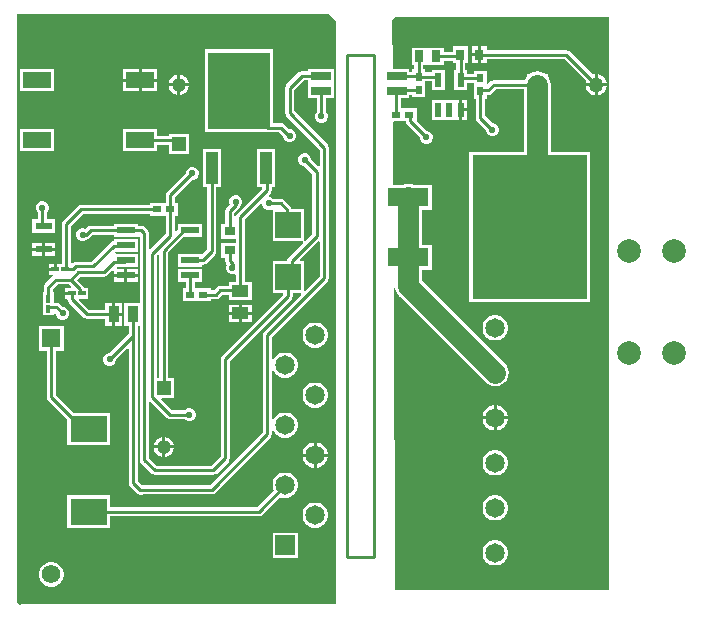
<source format=gtl>
G04*
G04 #@! TF.GenerationSoftware,Altium Limited,Altium Designer,22.2.1 (43)*
G04*
G04 Layer_Physical_Order=1*
G04 Layer_Color=255*
%FSLAX23Y23*%
%MOIN*%
G70*
G04*
G04 #@! TF.SameCoordinates,8410DD60-BE5F-4665-B969-63B9D7D5DCD7*
G04*
G04*
G04 #@! TF.FilePolarity,Positive*
G04*
G01*
G75*
%ADD10C,0.010*%
%ADD15R,0.058X0.024*%
%ADD16R,0.065X0.026*%
%ADD17R,0.030X0.024*%
%ADD18R,0.024X0.047*%
%ADD19R,0.031X0.037*%
%ADD20R,0.024X0.030*%
%ADD21R,0.031X0.039*%
%ADD22R,0.061X0.024*%
%ADD23R,0.093X0.053*%
%ADD24R,0.039X0.108*%
%ADD25R,0.209X0.256*%
%ADD26R,0.037X0.031*%
%ADD27R,0.384X0.480*%
%ADD28R,0.138X0.063*%
%ADD29R,0.122X0.087*%
%ADD30R,0.085X0.087*%
%ADD31R,0.036X0.057*%
%ADD32R,0.016X0.025*%
%ADD33R,0.025X0.016*%
%ADD34R,0.055X0.039*%
%ADD61C,0.070*%
%ADD62C,0.079*%
%ADD63R,0.065X0.065*%
%ADD64C,0.065*%
%ADD65R,0.050X0.050*%
%ADD66C,0.050*%
%ADD67R,0.047X0.047*%
%ADD68C,0.047*%
%ADD69C,0.062*%
%ADD70R,0.062X0.062*%
%ADD71C,0.022*%
G36*
X2070Y75D02*
X1355D01*
X1351Y1082D01*
X1356Y1082D01*
X1357Y1078D01*
X1361Y1067D01*
X1368Y1057D01*
X1658Y768D01*
X1667Y761D01*
X1678Y756D01*
X1690Y755D01*
X1702Y756D01*
X1713Y761D01*
X1722Y768D01*
X1729Y777D01*
X1734Y788D01*
X1735Y800D01*
X1734Y812D01*
X1729Y823D01*
X1722Y832D01*
X1446Y1108D01*
Y1144D01*
X1479D01*
Y1226D01*
X1446D01*
Y1344D01*
X1479D01*
Y1426D01*
X1418D01*
X1412Y1429D01*
X1400Y1430D01*
X1389Y1429D01*
X1383Y1426D01*
X1350D01*
X1349Y1635D01*
X1352Y1638D01*
X1391D01*
X1392Y1633D01*
X1395Y1628D01*
X1439Y1584D01*
Y1581D01*
X1442Y1573D01*
X1448Y1567D01*
X1456Y1564D01*
X1464D01*
X1472Y1567D01*
X1478Y1573D01*
X1481Y1581D01*
Y1589D01*
X1478Y1597D01*
X1472Y1603D01*
X1464Y1606D01*
X1461D01*
X1428Y1639D01*
Y1682D01*
X1375D01*
Y1717D01*
X1403D01*
Y1726D01*
X1413D01*
Y1719D01*
X1457D01*
Y1771D01*
X1478D01*
Y1741D01*
X1522D01*
Y1809D01*
X1478D01*
Y1802D01*
X1457D01*
Y1811D01*
X1450D01*
Y1826D01*
X1462D01*
X1463Y1826D01*
X1467D01*
X1468Y1826D01*
X1518D01*
Y1840D01*
X1548D01*
Y1831D01*
X1560D01*
Y1809D01*
X1553D01*
Y1741D01*
X1597D01*
Y1766D01*
X1618D01*
Y1714D01*
X1625D01*
Y1650D01*
X1626Y1644D01*
X1629Y1639D01*
X1659Y1609D01*
Y1606D01*
X1662Y1598D01*
X1668Y1592D01*
X1676Y1589D01*
X1684D01*
X1692Y1592D01*
X1698Y1598D01*
X1701Y1606D01*
Y1614D01*
X1698Y1622D01*
X1692Y1628D01*
X1684Y1631D01*
X1681D01*
X1655Y1656D01*
Y1714D01*
X1662D01*
Y1726D01*
X1666D01*
X1672Y1727D01*
X1677Y1730D01*
X1691Y1745D01*
X1785D01*
Y1535D01*
X1603D01*
Y1035D01*
X2007D01*
Y1535D01*
X1875D01*
Y1760D01*
X1874Y1772D01*
X1869Y1783D01*
X1865Y1788D01*
Y1795D01*
X1858D01*
X1853Y1799D01*
X1842Y1804D01*
X1830Y1805D01*
X1818Y1804D01*
X1807Y1799D01*
X1802Y1795D01*
X1795D01*
Y1788D01*
X1791Y1783D01*
X1788Y1775D01*
X1685D01*
X1679Y1774D01*
X1674Y1771D01*
X1666Y1763D01*
X1662Y1765D01*
Y1806D01*
X1618D01*
Y1797D01*
X1597D01*
Y1809D01*
X1590D01*
Y1831D01*
X1599D01*
Y1889D01*
X1548D01*
Y1870D01*
X1518D01*
Y1884D01*
X1468D01*
X1467Y1884D01*
X1463D01*
X1462Y1884D01*
X1412D01*
Y1826D01*
X1420D01*
Y1811D01*
X1413D01*
Y1804D01*
X1403D01*
Y1813D01*
X1348D01*
X1347Y1977D01*
X1355Y1985D01*
X2070D01*
Y75D01*
D02*
G37*
G36*
X1160Y1970D02*
Y30D01*
X110D01*
X105Y25D01*
X95Y35D01*
Y1990D01*
X95Y1990D01*
X97Y1995D01*
X1135D01*
X1160Y1970D01*
D02*
G37*
%LPC*%
G36*
X1631Y1889D02*
X1611D01*
Y1865D01*
X1631D01*
Y1889D01*
D02*
G37*
G36*
Y1855D02*
X1611D01*
Y1831D01*
X1631D01*
Y1855D01*
D02*
G37*
G36*
X2032Y1795D02*
Y1765D01*
X2062D01*
X2060Y1774D01*
X2055Y1782D01*
X2048Y1788D01*
X2040Y1793D01*
X2032Y1795D01*
D02*
G37*
G36*
X1662Y1889D02*
X1641D01*
Y1860D01*
Y1831D01*
X1662D01*
Y1845D01*
X1921D01*
X1994Y1772D01*
X1992Y1765D01*
X2022D01*
Y1795D01*
X2015Y1793D01*
X1938Y1871D01*
X1933Y1874D01*
X1927Y1875D01*
X1662D01*
Y1889D01*
D02*
G37*
G36*
X2062Y1755D02*
X2032D01*
Y1725D01*
X2040Y1727D01*
X2048Y1732D01*
X2055Y1738D01*
X2060Y1746D01*
X2062Y1755D01*
D02*
G37*
G36*
X2022D02*
X1992D01*
X1994Y1746D01*
X1999Y1738D01*
X2005Y1732D01*
X2013Y1727D01*
X2022Y1725D01*
Y1755D01*
D02*
G37*
G36*
X1597Y1710D02*
X1580D01*
Y1682D01*
X1597D01*
Y1710D01*
D02*
G37*
G36*
Y1672D02*
X1580D01*
Y1643D01*
X1597D01*
Y1672D01*
D02*
G37*
G36*
X1570Y1710D02*
X1478D01*
Y1643D01*
X1570D01*
Y1677D01*
Y1710D01*
D02*
G37*
G36*
X1696Y992D02*
X1684D01*
X1674Y990D01*
X1664Y984D01*
X1656Y976D01*
X1650Y966D01*
X1648Y956D01*
Y944D01*
X1650Y934D01*
X1656Y924D01*
X1664Y916D01*
X1674Y910D01*
X1684Y908D01*
X1696D01*
X1706Y910D01*
X1716Y916D01*
X1724Y924D01*
X1730Y934D01*
X1732Y944D01*
Y956D01*
X1730Y966D01*
X1724Y976D01*
X1716Y984D01*
X1706Y990D01*
X1696Y992D01*
D02*
G37*
G36*
Y692D02*
X1695D01*
Y655D01*
X1732D01*
Y656D01*
X1730Y666D01*
X1724Y676D01*
X1716Y684D01*
X1706Y690D01*
X1696Y692D01*
D02*
G37*
G36*
X1685D02*
X1684D01*
X1674Y690D01*
X1664Y684D01*
X1656Y676D01*
X1650Y666D01*
X1648Y656D01*
Y655D01*
X1685D01*
Y692D01*
D02*
G37*
G36*
X1732Y645D02*
X1695D01*
Y608D01*
X1696D01*
X1706Y610D01*
X1716Y616D01*
X1724Y624D01*
X1730Y634D01*
X1732Y644D01*
Y645D01*
D02*
G37*
G36*
X1685D02*
X1648D01*
Y644D01*
X1650Y634D01*
X1656Y624D01*
X1664Y616D01*
X1674Y610D01*
X1684Y608D01*
X1685D01*
Y645D01*
D02*
G37*
G36*
X1696Y542D02*
X1684D01*
X1674Y540D01*
X1664Y534D01*
X1656Y526D01*
X1650Y516D01*
X1648Y506D01*
Y494D01*
X1650Y484D01*
X1656Y474D01*
X1664Y466D01*
X1674Y460D01*
X1684Y458D01*
X1696D01*
X1706Y460D01*
X1716Y466D01*
X1724Y474D01*
X1730Y484D01*
X1732Y494D01*
Y506D01*
X1730Y516D01*
X1724Y526D01*
X1716Y534D01*
X1706Y540D01*
X1696Y542D01*
D02*
G37*
G36*
Y392D02*
X1684D01*
X1674Y390D01*
X1664Y384D01*
X1656Y376D01*
X1650Y366D01*
X1648Y356D01*
Y344D01*
X1650Y334D01*
X1656Y324D01*
X1664Y316D01*
X1674Y310D01*
X1684Y308D01*
X1696D01*
X1706Y310D01*
X1716Y316D01*
X1724Y324D01*
X1730Y334D01*
X1732Y344D01*
Y356D01*
X1730Y366D01*
X1724Y376D01*
X1716Y384D01*
X1706Y390D01*
X1696Y392D01*
D02*
G37*
G36*
Y242D02*
X1684D01*
X1674Y240D01*
X1664Y234D01*
X1656Y226D01*
X1650Y216D01*
X1648Y206D01*
Y194D01*
X1650Y184D01*
X1656Y174D01*
X1664Y166D01*
X1674Y160D01*
X1684Y158D01*
X1696D01*
X1706Y160D01*
X1716Y166D01*
X1724Y174D01*
X1730Y184D01*
X1732Y194D01*
Y206D01*
X1730Y216D01*
X1724Y226D01*
X1716Y234D01*
X1706Y240D01*
X1696Y242D01*
D02*
G37*
G36*
X563Y1812D02*
X511D01*
Y1780D01*
X563D01*
Y1812D01*
D02*
G37*
G36*
X501D02*
X450D01*
Y1780D01*
X501D01*
Y1812D01*
D02*
G37*
G36*
X640Y1793D02*
Y1765D01*
X668D01*
X666Y1773D01*
X662Y1781D01*
X656Y1787D01*
X648Y1791D01*
X640Y1793D01*
D02*
G37*
G36*
X630D02*
X622Y1791D01*
X614Y1787D01*
X608Y1781D01*
X604Y1773D01*
X602Y1765D01*
X630D01*
Y1793D01*
D02*
G37*
G36*
X563Y1770D02*
X511D01*
Y1739D01*
X563D01*
Y1770D01*
D02*
G37*
G36*
X501D02*
X450D01*
Y1739D01*
X501D01*
Y1770D01*
D02*
G37*
G36*
X220Y1812D02*
X107D01*
Y1739D01*
X220D01*
Y1812D01*
D02*
G37*
G36*
X668Y1755D02*
X640D01*
Y1727D01*
X648Y1729D01*
X656Y1733D01*
X662Y1739D01*
X666Y1747D01*
X668Y1755D01*
D02*
G37*
G36*
X630D02*
X602D01*
X604Y1747D01*
X608Y1739D01*
X614Y1733D01*
X622Y1729D01*
X630Y1727D01*
Y1755D01*
D02*
G37*
G36*
X1151Y1813D02*
X1067D01*
Y1805D01*
X1045D01*
X1039Y1804D01*
X1034Y1801D01*
X994Y1761D01*
X991Y1756D01*
X990Y1750D01*
Y1665D01*
X991Y1659D01*
X994Y1654D01*
X1105Y1544D01*
Y1488D01*
X1100Y1487D01*
X1076Y1511D01*
Y1514D01*
X1073Y1522D01*
X1067Y1528D01*
X1059Y1531D01*
X1051D01*
X1043Y1528D01*
X1037Y1522D01*
X1034Y1514D01*
Y1506D01*
X1037Y1498D01*
X1043Y1492D01*
X1051Y1489D01*
X1054D01*
X1080Y1464D01*
Y1261D01*
X1057Y1239D01*
X1052Y1241D01*
X1052Y1242D01*
X1052Y1242D01*
X1052Y1242D01*
Y1345D01*
X1011D01*
X1010Y1350D01*
X1007Y1355D01*
X986Y1376D01*
X981Y1379D01*
X975Y1380D01*
X949D01*
X947Y1383D01*
X939Y1386D01*
X937D01*
X935Y1391D01*
X941Y1397D01*
X944Y1402D01*
X945Y1408D01*
Y1418D01*
X955D01*
Y1546D01*
X895D01*
Y1418D01*
X912D01*
X913Y1413D01*
X829Y1329D01*
X826Y1324D01*
X825Y1321D01*
X820Y1321D01*
Y1333D01*
X836Y1348D01*
X839Y1353D01*
X839Y1355D01*
X843Y1358D01*
X846Y1366D01*
Y1374D01*
X843Y1382D01*
X837Y1388D01*
X829Y1391D01*
X821D01*
X813Y1388D01*
X807Y1382D01*
X804Y1374D01*
Y1366D01*
X806Y1362D01*
X794Y1350D01*
X791Y1345D01*
X790Y1339D01*
Y1297D01*
X776D01*
Y1246D01*
X825D01*
Y1234D01*
X776D01*
Y1183D01*
X790D01*
Y1171D01*
X791Y1165D01*
X794Y1160D01*
X795Y1159D01*
X793Y1154D01*
Y1146D01*
X796Y1138D01*
X802Y1132D01*
X810Y1129D01*
X818D01*
X821Y1130D01*
X825Y1127D01*
Y1102D01*
X802D01*
Y1090D01*
X774D01*
X768Y1089D01*
X763Y1086D01*
X752Y1075D01*
X741D01*
Y1082D01*
X689D01*
Y1103D01*
X712D01*
Y1147D01*
X631D01*
Y1103D01*
X658D01*
Y1082D01*
X649D01*
Y1038D01*
X741D01*
Y1045D01*
X759D01*
X765Y1046D01*
X770Y1049D01*
X780Y1060D01*
X802D01*
Y1043D01*
X878D01*
Y1102D01*
X855D01*
Y1312D01*
X909Y1365D01*
X914Y1363D01*
Y1361D01*
X917Y1353D01*
X923Y1347D01*
X931Y1344D01*
X939D01*
X943Y1346D01*
X948Y1342D01*
Y1238D01*
X1048Y1238D01*
X1049D01*
X1049D01*
X1050Y1238D01*
X1050Y1236D01*
X1052Y1233D01*
X1000Y1182D01*
X997Y1177D01*
X996Y1172D01*
X948D01*
Y1065D01*
X982D01*
X983Y1060D01*
X779Y856D01*
X776Y851D01*
X775Y845D01*
Y521D01*
X744Y490D01*
X561D01*
X535Y516D01*
Y703D01*
X540Y705D01*
X596Y649D01*
X601Y646D01*
X607Y645D01*
X656D01*
X658Y642D01*
X666Y639D01*
X674D01*
X682Y642D01*
X688Y648D01*
X691Y656D01*
Y664D01*
X688Y672D01*
X682Y678D01*
X674Y681D01*
X666D01*
X658Y678D01*
X656Y675D01*
X613D01*
X576Y712D01*
X578Y716D01*
X619D01*
Y784D01*
X600D01*
Y1201D01*
X652Y1253D01*
X712D01*
Y1297D01*
X631D01*
Y1275D01*
X627Y1271D01*
X622Y1273D01*
Y1323D01*
X631D01*
Y1367D01*
X622D01*
Y1385D01*
X681Y1444D01*
X684D01*
X692Y1447D01*
X698Y1453D01*
X701Y1461D01*
Y1469D01*
X698Y1477D01*
X692Y1483D01*
X684Y1486D01*
X676D01*
X668Y1483D01*
X662Y1477D01*
X659Y1469D01*
Y1466D01*
X596Y1402D01*
X593Y1398D01*
X591Y1392D01*
Y1367D01*
X539D01*
Y1360D01*
X310D01*
X304Y1359D01*
X299Y1356D01*
X249Y1306D01*
X246Y1301D01*
X245Y1295D01*
Y1163D01*
X229D01*
Y1145D01*
X224D01*
Y1140D01*
X201D01*
Y1127D01*
X215D01*
X216Y1122D01*
X214Y1121D01*
X189Y1096D01*
X186Y1091D01*
X185Y1085D01*
Y1069D01*
X182D01*
Y1024D01*
Y991D01*
X218D01*
Y998D01*
X223Y1000D01*
X227Y997D01*
Y993D01*
X230Y986D01*
X236Y980D01*
X243Y976D01*
X252D01*
X259Y980D01*
X265Y986D01*
X269Y993D01*
Y1002D01*
X265Y1009D01*
X259Y1015D01*
X252Y1018D01*
X248D01*
X238Y1028D01*
X233Y1032D01*
X227Y1033D01*
X218D01*
Y1069D01*
X215D01*
Y1079D01*
X231Y1095D01*
X269D01*
X276Y1087D01*
X274Y1083D01*
X256D01*
Y1070D01*
X279D01*
Y1060D01*
X256D01*
Y1047D01*
X263D01*
Y1045D01*
X265Y1039D01*
X268Y1034D01*
X318Y984D01*
X323Y981D01*
X328Y980D01*
X390D01*
Y956D01*
X413D01*
Y995D01*
Y1033D01*
X390D01*
Y1010D01*
X335D01*
X303Y1043D01*
X304Y1047D01*
X334D01*
Y1083D01*
X321D01*
X320Y1085D01*
X317Y1090D01*
X297Y1110D01*
X307Y1120D01*
X386D01*
X392Y1121D01*
X396Y1124D01*
X414Y1141D01*
X418Y1139D01*
Y1130D01*
X454D01*
Y1147D01*
X430D01*
X428Y1152D01*
X429Y1153D01*
X452D01*
X453Y1153D01*
X499D01*
Y1197D01*
X425D01*
X422Y1202D01*
X422Y1202D01*
X423Y1203D01*
X499D01*
Y1247D01*
X418D01*
Y1239D01*
X413Y1238D01*
X408Y1235D01*
X344Y1170D01*
X292D01*
X286Y1169D01*
X281Y1166D01*
X280Y1165D01*
X275Y1167D01*
Y1289D01*
X316Y1330D01*
X539D01*
Y1323D01*
X591D01*
Y1264D01*
X540Y1213D01*
X535Y1215D01*
Y1265D01*
X534Y1271D01*
X531Y1276D01*
X521Y1286D01*
X516Y1289D01*
X510Y1290D01*
X499D01*
Y1297D01*
X418D01*
Y1290D01*
X341D01*
X335Y1289D01*
X330Y1286D01*
X323Y1279D01*
X319Y1281D01*
X311D01*
X303Y1278D01*
X297Y1272D01*
X294Y1264D01*
Y1256D01*
X297Y1248D01*
X303Y1242D01*
X311Y1239D01*
X319D01*
X327Y1242D01*
X330Y1246D01*
X332Y1246D01*
X337Y1249D01*
X347Y1260D01*
X418D01*
Y1253D01*
X499D01*
Y1253D01*
X504Y1255D01*
X505Y1254D01*
Y1033D01*
X454D01*
Y956D01*
X468D01*
Y930D01*
X404Y866D01*
X401D01*
X393Y863D01*
X387Y857D01*
X384Y849D01*
Y841D01*
X387Y833D01*
X393Y827D01*
X401Y824D01*
X409D01*
X417Y827D01*
X423Y833D01*
X426Y841D01*
Y844D01*
X463Y882D01*
X468Y880D01*
Y432D01*
X469Y426D01*
X472Y421D01*
X495Y398D01*
X500Y395D01*
X506Y394D01*
X514D01*
X518Y395D01*
X745D01*
X751Y396D01*
X756Y399D01*
X941Y584D01*
X944Y589D01*
X945Y595D01*
Y608D01*
X950Y609D01*
X950Y609D01*
X956Y599D01*
X964Y591D01*
X974Y585D01*
X984Y583D01*
X996D01*
X1006Y585D01*
X1016Y591D01*
X1024Y599D01*
X1030Y609D01*
X1032Y619D01*
Y631D01*
X1030Y641D01*
X1024Y651D01*
X1016Y659D01*
X1006Y665D01*
X996Y667D01*
X984D01*
X974Y665D01*
X964Y659D01*
X956Y651D01*
X950Y641D01*
X950Y641D01*
X945Y642D01*
Y808D01*
X950Y809D01*
X950Y809D01*
X956Y799D01*
X964Y791D01*
X974Y785D01*
X984Y783D01*
X996D01*
X1006Y785D01*
X1016Y791D01*
X1024Y799D01*
X1030Y809D01*
X1032Y819D01*
Y831D01*
X1030Y841D01*
X1024Y851D01*
X1016Y859D01*
X1006Y865D01*
X996Y867D01*
X984D01*
X974Y865D01*
X964Y859D01*
X956Y851D01*
X950Y841D01*
X950Y841D01*
X945Y842D01*
Y919D01*
X1131Y1104D01*
X1134Y1109D01*
X1135Y1115D01*
Y1550D01*
X1134Y1556D01*
X1131Y1561D01*
X1020Y1671D01*
Y1744D01*
X1051Y1775D01*
X1067D01*
Y1768D01*
X1067Y1767D01*
Y1763D01*
X1067Y1762D01*
Y1717D01*
X1095D01*
Y1669D01*
X1092Y1667D01*
X1089Y1659D01*
Y1651D01*
X1092Y1643D01*
X1098Y1637D01*
X1106Y1634D01*
X1114D01*
X1122Y1637D01*
X1128Y1643D01*
X1131Y1651D01*
Y1659D01*
X1128Y1667D01*
X1125Y1669D01*
Y1717D01*
X1151D01*
Y1762D01*
X1151Y1763D01*
Y1767D01*
X1151Y1768D01*
Y1813D01*
D02*
G37*
G36*
X949Y1878D02*
X721D01*
Y1602D01*
X933D01*
X934Y1602D01*
X969D01*
X984Y1587D01*
Y1586D01*
X987Y1578D01*
X993Y1572D01*
X1001Y1569D01*
X1009D01*
X1017Y1572D01*
X1023Y1578D01*
X1026Y1586D01*
Y1594D01*
X1023Y1602D01*
X1017Y1608D01*
X1009Y1611D01*
X1003D01*
X986Y1628D01*
X981Y1631D01*
X975Y1632D01*
X949D01*
Y1878D01*
D02*
G37*
G36*
X220Y1611D02*
X107D01*
Y1538D01*
X220D01*
Y1611D01*
D02*
G37*
G36*
X563D02*
X450D01*
Y1538D01*
X563D01*
Y1559D01*
X601D01*
Y1530D01*
X669D01*
Y1597D01*
X601D01*
Y1590D01*
X563D01*
Y1611D01*
D02*
G37*
G36*
X184Y1371D02*
X176D01*
X168Y1368D01*
X162Y1362D01*
X159Y1354D01*
Y1346D01*
X162Y1338D01*
X165Y1336D01*
Y1312D01*
X146D01*
Y1267D01*
X224D01*
Y1312D01*
X195D01*
Y1336D01*
X198Y1338D01*
X201Y1346D01*
Y1354D01*
X198Y1362D01*
X192Y1368D01*
X184Y1371D01*
D02*
G37*
G36*
X224Y1233D02*
X190D01*
Y1216D01*
X224D01*
Y1233D01*
D02*
G37*
G36*
X180D02*
X146D01*
Y1216D01*
X180D01*
Y1233D01*
D02*
G37*
G36*
X224Y1206D02*
X190D01*
Y1188D01*
X224D01*
Y1206D01*
D02*
G37*
G36*
X180D02*
X146D01*
Y1188D01*
X180D01*
Y1206D01*
D02*
G37*
G36*
X775Y1546D02*
X715D01*
Y1418D01*
X730D01*
Y1211D01*
X717Y1198D01*
X712Y1197D01*
Y1197D01*
X712Y1197D01*
X631D01*
Y1153D01*
X712D01*
Y1160D01*
X715D01*
X721Y1161D01*
X726Y1164D01*
X756Y1194D01*
X759Y1199D01*
X760Y1205D01*
Y1418D01*
X775D01*
Y1546D01*
D02*
G37*
G36*
X219Y1163D02*
X201D01*
Y1150D01*
X219D01*
Y1163D01*
D02*
G37*
G36*
X499Y1147D02*
X464D01*
Y1130D01*
X499D01*
Y1147D01*
D02*
G37*
G36*
Y1120D02*
X464D01*
Y1103D01*
X499D01*
Y1120D01*
D02*
G37*
G36*
X454D02*
X418D01*
Y1103D01*
X454D01*
Y1120D01*
D02*
G37*
G36*
X878Y1027D02*
X845D01*
Y1003D01*
X878D01*
Y1027D01*
D02*
G37*
G36*
X835D02*
X802D01*
Y1003D01*
X835D01*
Y1027D01*
D02*
G37*
G36*
X446Y1033D02*
X423D01*
Y1000D01*
X446D01*
Y1033D01*
D02*
G37*
G36*
X878Y993D02*
X845D01*
Y968D01*
X878D01*
Y993D01*
D02*
G37*
G36*
X835D02*
X802D01*
Y968D01*
X835D01*
Y993D01*
D02*
G37*
G36*
X446Y990D02*
X423D01*
Y956D01*
X446D01*
Y990D01*
D02*
G37*
G36*
X1096Y967D02*
X1084D01*
X1074Y965D01*
X1064Y959D01*
X1056Y951D01*
X1050Y941D01*
X1048Y931D01*
Y919D01*
X1050Y909D01*
X1056Y899D01*
X1064Y891D01*
X1074Y885D01*
X1084Y883D01*
X1096D01*
X1106Y885D01*
X1116Y891D01*
X1124Y899D01*
X1130Y909D01*
X1132Y919D01*
Y931D01*
X1130Y941D01*
X1124Y951D01*
X1116Y959D01*
X1106Y965D01*
X1096Y967D01*
D02*
G37*
G36*
Y767D02*
X1084D01*
X1074Y765D01*
X1064Y759D01*
X1056Y751D01*
X1050Y741D01*
X1048Y731D01*
Y719D01*
X1050Y709D01*
X1056Y699D01*
X1064Y691D01*
X1074Y685D01*
X1084Y683D01*
X1096D01*
X1106Y685D01*
X1116Y691D01*
X1124Y699D01*
X1130Y709D01*
X1132Y719D01*
Y731D01*
X1130Y741D01*
X1124Y751D01*
X1116Y759D01*
X1106Y765D01*
X1096Y767D01*
D02*
G37*
G36*
X251Y956D02*
X169D01*
Y874D01*
X195D01*
Y720D01*
X196Y714D01*
X199Y709D01*
X264Y644D01*
Y559D01*
X406D01*
Y666D01*
X286D01*
X225Y726D01*
Y874D01*
X251D01*
Y956D01*
D02*
G37*
G36*
X590Y587D02*
Y558D01*
X618D01*
X616Y566D01*
X612Y574D01*
X606Y580D01*
X598Y584D01*
X590Y587D01*
D02*
G37*
G36*
X580D02*
X572Y584D01*
X564Y580D01*
X558Y574D01*
X554Y566D01*
X552Y558D01*
X580D01*
Y587D01*
D02*
G37*
G36*
X1096Y567D02*
X1095D01*
Y530D01*
X1132D01*
Y531D01*
X1130Y541D01*
X1124Y551D01*
X1116Y559D01*
X1106Y565D01*
X1096Y567D01*
D02*
G37*
G36*
X1085D02*
X1084D01*
X1074Y565D01*
X1064Y559D01*
X1056Y551D01*
X1050Y541D01*
X1048Y531D01*
Y530D01*
X1085D01*
Y567D01*
D02*
G37*
G36*
X618Y548D02*
X590D01*
Y520D01*
X598Y522D01*
X606Y526D01*
X612Y533D01*
X616Y540D01*
X618Y548D01*
D02*
G37*
G36*
X580D02*
X552D01*
X554Y540D01*
X558Y533D01*
X564Y526D01*
X572Y522D01*
X580Y520D01*
Y548D01*
D02*
G37*
G36*
X1132Y520D02*
X1095D01*
Y483D01*
X1096D01*
X1106Y485D01*
X1116Y491D01*
X1124Y499D01*
X1130Y509D01*
X1132Y519D01*
Y520D01*
D02*
G37*
G36*
X1085D02*
X1048D01*
Y519D01*
X1050Y509D01*
X1056Y499D01*
X1064Y491D01*
X1074Y485D01*
X1084Y483D01*
X1085D01*
Y520D01*
D02*
G37*
G36*
X996Y467D02*
X984D01*
X974Y465D01*
X964Y459D01*
X956Y451D01*
X950Y441D01*
X948Y431D01*
Y419D01*
X950Y409D01*
X951Y408D01*
X896Y352D01*
X406D01*
Y391D01*
X264D01*
Y284D01*
X406D01*
Y322D01*
X902D01*
X908Y323D01*
X913Y326D01*
X973Y386D01*
X974Y385D01*
X984Y383D01*
X996D01*
X1006Y385D01*
X1016Y391D01*
X1024Y399D01*
X1030Y409D01*
X1032Y419D01*
Y431D01*
X1030Y441D01*
X1024Y451D01*
X1016Y459D01*
X1006Y465D01*
X996Y467D01*
D02*
G37*
G36*
X1096Y367D02*
X1084D01*
X1074Y365D01*
X1064Y359D01*
X1056Y351D01*
X1050Y341D01*
X1048Y331D01*
Y319D01*
X1050Y309D01*
X1056Y299D01*
X1064Y291D01*
X1074Y285D01*
X1084Y283D01*
X1096D01*
X1106Y285D01*
X1116Y291D01*
X1124Y299D01*
X1130Y309D01*
X1132Y319D01*
Y331D01*
X1130Y341D01*
X1124Y351D01*
X1116Y359D01*
X1106Y365D01*
X1096Y367D01*
D02*
G37*
G36*
X1032Y267D02*
X948D01*
Y183D01*
X1032D01*
Y267D01*
D02*
G37*
G36*
X215Y169D02*
X205D01*
X194Y166D01*
X185Y160D01*
X177Y153D01*
X172Y143D01*
X169Y133D01*
Y122D01*
X172Y112D01*
X177Y102D01*
X185Y95D01*
X194Y89D01*
X205Y87D01*
X215D01*
X226Y89D01*
X235Y95D01*
X243Y102D01*
X248Y112D01*
X251Y122D01*
Y133D01*
X248Y143D01*
X243Y153D01*
X235Y160D01*
X226Y166D01*
X215Y169D01*
D02*
G37*
%LPD*%
G36*
X1105Y1237D02*
Y1121D01*
X1057Y1074D01*
X1052Y1075D01*
Y1172D01*
X1040D01*
X1038Y1176D01*
X1100Y1238D01*
X1105Y1237D01*
D02*
G37*
G36*
X570Y1192D02*
Y784D01*
X562D01*
Y1191D01*
X565Y1194D01*
X570Y1192D01*
D02*
G37*
G36*
X1044Y1060D02*
X919Y936D01*
X916Y931D01*
X915Y925D01*
Y601D01*
X739Y425D01*
X515D01*
X512Y425D01*
X499Y438D01*
Y923D01*
Y956D01*
X505D01*
Y510D01*
X506Y504D01*
X509Y499D01*
X544Y464D01*
X549Y461D01*
X555Y460D01*
X750D01*
X756Y461D01*
X761Y464D01*
X801Y504D01*
X804Y509D01*
X805Y515D01*
Y839D01*
X1011Y1044D01*
X1014Y1049D01*
X1015Y1055D01*
Y1065D01*
X1042D01*
X1044Y1060D01*
D02*
G37*
D10*
X1640Y1741D02*
X1666D01*
X279Y1045D02*
X328Y995D01*
X418D01*
X279Y1045D02*
Y1065D01*
X306Y1068D02*
Y1079D01*
X275Y1110D02*
X306Y1079D01*
X309Y1065D02*
X311D01*
X306Y1068D02*
X309Y1065D01*
X275Y1110D02*
X300Y1135D01*
X282Y1145D02*
X292Y1155D01*
X350D02*
X419Y1224D01*
X386Y1135D02*
X419Y1168D01*
X292Y1155D02*
X350D01*
X300Y1135D02*
X386D01*
X260Y1145D02*
X282D01*
X225Y1110D02*
X275D01*
X419Y1168D02*
X452D01*
X200Y1085D02*
X225Y1110D01*
X200Y1046D02*
Y1085D01*
X483Y432D02*
Y923D01*
X200Y1018D02*
X227D01*
X405Y845D02*
X483Y923D01*
Y994D01*
X452Y1168D02*
X459Y1175D01*
X227Y1018D02*
X248Y998D01*
X520Y510D02*
Y1265D01*
X510Y1275D02*
X520Y1265D01*
X341Y1275D02*
X510D01*
X1640Y1650D02*
X1680Y1610D01*
X1640Y1650D02*
Y1738D01*
X326Y1260D02*
X341Y1275D01*
X315Y1260D02*
X326D01*
X180Y1294D02*
Y1350D01*
Y1294D02*
X185Y1289D01*
X1685Y1760D02*
X1830D01*
X1666Y1741D02*
X1685Y1760D01*
X1927Y1860D02*
X2027Y1760D01*
X1636Y1860D02*
X1927D01*
X1403Y1660D02*
X1406Y1657D01*
Y1639D02*
Y1657D01*
Y1639D02*
X1460Y1585D01*
X1363Y1742D02*
X1433D01*
X1361Y1740D02*
X1363Y1742D01*
X1433D02*
X1435Y1743D01*
X1360Y1739D02*
X1361Y1740D01*
X1360Y1660D02*
Y1739D01*
X1575Y1775D02*
X1581Y1782D01*
X1640D01*
X1574Y1860D02*
X1575Y1859D01*
Y1775D02*
Y1859D01*
X1493Y1855D02*
X1569D01*
X1574Y1860D01*
X1493Y1787D02*
X1500Y1780D01*
X1435Y1787D02*
X1493D01*
X1500Y1775D02*
Y1780D01*
X1435Y1853D02*
X1437Y1855D01*
X1435Y1787D02*
Y1853D01*
X1363Y1788D02*
X1433D01*
X1435Y1787D01*
X1361Y1790D02*
X1363Y1788D01*
X790Y515D02*
Y845D01*
X1000Y1055D02*
Y1118D01*
X790Y845D02*
X1000Y1055D01*
X1120Y1115D02*
Y1550D01*
X930Y595D02*
Y925D01*
X1120Y1115D01*
X515Y410D02*
X745D01*
X930Y595D01*
X555Y475D02*
X750D01*
X790Y515D01*
X1005Y1665D02*
X1120Y1550D01*
X1011Y1171D02*
X1095Y1255D01*
X1055Y1510D02*
X1095Y1470D01*
Y1255D02*
Y1470D01*
X1000Y1118D02*
X1011Y1129D01*
Y1171D01*
X975Y1365D02*
X996Y1344D01*
X935Y1365D02*
X975D01*
X996Y1296D02*
X1000Y1292D01*
X996Y1296D02*
Y1344D01*
X814Y1150D02*
X815Y1151D01*
X840Y1318D02*
X930Y1408D01*
Y1477D01*
X840Y1072D02*
Y1318D01*
X815Y1151D02*
Y1161D01*
X925Y1482D02*
X930Y1477D01*
X825Y1359D02*
Y1370D01*
X607Y1392D02*
X680Y1465D01*
X607Y1257D02*
Y1392D01*
X260Y1145D02*
Y1295D01*
X310Y1345D02*
X563D01*
X260Y1295D02*
X310Y1345D01*
X520Y510D02*
X555Y475D01*
X482Y995D02*
X483Y994D01*
Y432D02*
X506Y409D01*
X546Y720D02*
Y1197D01*
Y720D02*
X607Y660D01*
X546Y1197D02*
X607Y1257D01*
X506Y409D02*
X514D01*
X515Y410D01*
X335Y337D02*
X902D01*
X990Y425D01*
X607Y660D02*
X670D01*
X835Y1716D02*
X934Y1617D01*
X975D01*
X1003Y1590D01*
X835Y1716D02*
Y1740D01*
X1003Y1590D02*
X1005D01*
Y1665D02*
Y1750D01*
X1045Y1790D01*
X1109D01*
X1110Y1655D02*
Y1739D01*
X1109Y1740D02*
X1110Y1739D01*
X805Y1171D02*
Y1209D01*
Y1171D02*
X815Y1161D01*
X805Y1339D02*
X825Y1359D01*
X805Y1271D02*
Y1339D01*
X585Y1207D02*
X653Y1275D01*
X671D01*
X585Y750D02*
Y1207D01*
X715Y1175D02*
X745Y1205D01*
Y1482D01*
X671Y1175D02*
X715D01*
X210Y720D02*
Y915D01*
Y720D02*
X317Y613D01*
X335D01*
X506Y1575D02*
X624D01*
X635Y1563D01*
X759Y1060D02*
X774Y1075D01*
X717Y1060D02*
X759D01*
X774Y1075D02*
X828D01*
X671Y1125D02*
X673Y1123D01*
Y1060D02*
Y1123D01*
X458Y1224D02*
X459Y1225D01*
X419Y1224D02*
X458D01*
X1195Y185D02*
X1285D01*
X1195Y1860D02*
X1285D01*
Y185D02*
Y1860D01*
X1195Y185D02*
Y1860D01*
D15*
X185Y1211D02*
D03*
Y1289D02*
D03*
D16*
X1109Y1740D02*
D03*
Y1790D02*
D03*
X1361D02*
D03*
Y1740D02*
D03*
D17*
X1403Y1660D02*
D03*
X1360D02*
D03*
X563Y1345D02*
D03*
X607D02*
D03*
X717Y1060D02*
D03*
X673D02*
D03*
D18*
X1500Y1677D02*
D03*
X1537D02*
D03*
X1575D02*
D03*
Y1775D02*
D03*
X1500D02*
D03*
D19*
X1636Y1860D02*
D03*
X1574D02*
D03*
D20*
X1640Y1782D02*
D03*
Y1738D02*
D03*
X1435Y1787D02*
D03*
Y1743D02*
D03*
D21*
X1493Y1855D02*
D03*
X1437D02*
D03*
D22*
X459Y1275D02*
D03*
Y1225D02*
D03*
Y1175D02*
D03*
Y1125D02*
D03*
X671D02*
D03*
Y1175D02*
D03*
Y1275D02*
D03*
D23*
X164Y1775D02*
D03*
Y1575D02*
D03*
X506D02*
D03*
Y1775D02*
D03*
D24*
X745Y1482D02*
D03*
X925D02*
D03*
D25*
X835Y1740D02*
D03*
D26*
X805Y1209D02*
D03*
Y1271D02*
D03*
D27*
X1805Y1285D02*
D03*
D28*
X1400Y1385D02*
D03*
Y1185D02*
D03*
D29*
X335Y337D02*
D03*
Y613D02*
D03*
D30*
X1000Y1292D02*
D03*
Y1118D02*
D03*
D31*
X418Y995D02*
D03*
X482D02*
D03*
D32*
X200Y1046D02*
D03*
Y1014D02*
D03*
D33*
X279Y1065D02*
D03*
X311D02*
D03*
X256Y1145D02*
D03*
X224D02*
D03*
D34*
X840Y1072D02*
D03*
Y998D02*
D03*
D61*
X1830Y1310D02*
Y1760D01*
X1805Y1285D02*
X1830Y1310D01*
X1400Y1090D02*
Y1185D01*
Y1385D01*
Y1090D02*
X1690Y800D01*
D62*
X2135Y1205D02*
D03*
X2285D02*
D03*
Y865D02*
D03*
X2135D02*
D03*
D63*
X990Y225D02*
D03*
D64*
X1090Y325D02*
D03*
X990Y425D02*
D03*
X1090Y525D02*
D03*
X990Y625D02*
D03*
X1090Y725D02*
D03*
X990Y825D02*
D03*
X1090Y925D02*
D03*
X1690Y950D02*
D03*
Y800D02*
D03*
Y650D02*
D03*
Y500D02*
D03*
Y350D02*
D03*
Y200D02*
D03*
D65*
X1830Y1760D02*
D03*
D66*
X2027D02*
D03*
D67*
X585Y750D02*
D03*
X635Y1563D02*
D03*
D68*
X585Y553D02*
D03*
X635Y1760D02*
D03*
D69*
X210Y128D02*
D03*
D70*
Y915D02*
D03*
D71*
X405Y845D02*
D03*
X248Y998D02*
D03*
X1680Y1610D02*
D03*
X1460Y1585D02*
D03*
X315Y1260D02*
D03*
X180Y1350D02*
D03*
X935Y1365D02*
D03*
X814Y1150D02*
D03*
X825Y1370D02*
D03*
X680Y1465D02*
D03*
X670Y660D02*
D03*
X1005Y1590D02*
D03*
X1110Y1655D02*
D03*
X1055Y1510D02*
D03*
M02*

</source>
